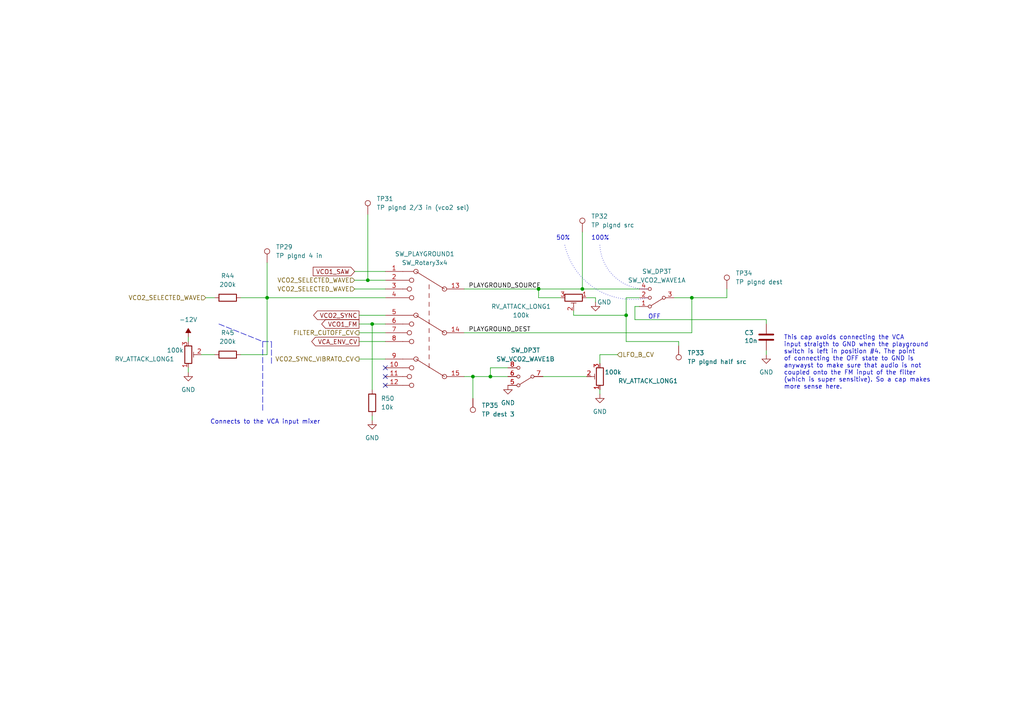
<source format=kicad_sch>
(kicad_sch (version 20231120) (generator "eeschema") (generator_version "8.0")
  (paper "A4")
  (lib_symbols
    (symbol "Connector:TestPoint" (pin_numbers hide) (pin_names (offset 0.762) hide)
      (property "Reference" "TP" (at 0 6.858 0))
      (property "Value" "TestPoint" (at 0 5.08 0))
      (symbol "TestPoint_0_1"
        (circle (center 0 3.302) (radius 0.762))
      )
      (symbol "TestPoint_1_1"
        (pin passive line (at 0 0 90) (length 2.54) (name "1") (number "1"))
      )
    )
    (symbol "Device:C" (pin_numbers hide) (pin_names (offset 0.254))
      (property "Reference" "C" (at 0.635 2.54 0))
      (property "Value" "C" (at 0.635 -2.54 0))
      (symbol "C_0_1"
        (polyline (pts (xy -2.032 -0.762) (xy 2.032 -0.762)) (stroke (width 0.508)))
        (polyline (pts (xy -2.032 0.762) (xy 2.032 0.762)) (stroke (width 0.508)))
      )
      (symbol "C_1_1"
        (pin passive line (at 0 3.81 270) (length 2.794) (name "~") (number "1"))
        (pin passive line (at 0 -3.81 90) (length 2.794) (name "~") (number "2"))
      )
    )
    (symbol "Device:R" (pin_numbers hide) (pin_names (offset 0))
      (property "Reference" "R" (at 2.032 0 90))
      (property "Value" "R" (at 0 0 90))
      (symbol "R_0_1"
        (rectangle (start -1.016 -2.54) (end 1.016 2.54) (stroke (width 0.254)))
      )
      (symbol "R_1_1"
        (pin passive line (at 0 3.81 270) (length 1.27) (name "~") (number "1"))
        (pin passive line (at 0 -3.81 90) (length 1.27) (name "~") (number "2"))
      )
    )
    (symbol "Device:R_Potentiometer_Trim" (pin_names (offset 1.016) hide)
      (property "Reference" "RV" (at -4.445 0 90))
      (property "Value" "R_Potentiometer_Trim" (at -2.54 0 90))
      (symbol "R_Potentiometer_Trim_0_1"
        (polyline (pts (xy 1.524 0.762) (xy 1.524 -0.762)))
        (polyline (pts (xy 2.54 0) (xy 1.524 0)))
        (rectangle (start 1.016 2.54) (end -1.016 -2.54) (stroke (width 0.254)))
      )
      (symbol "R_Potentiometer_Trim_1_1"
        (pin passive line (at 0 3.81 270) (length 1.27) (name "1") (number "1"))
        (pin passive line (at 3.81 0 180) (length 1.27) (name "2") (number "2"))
        (pin passive line (at 0 -3.81 90) (length 1.27) (name "3") (number "3"))
      )
    )
    (symbol "Switch:SW_DP3T" (pin_names (offset 0) hide)
      (property "Reference" "SW" (at 0 5.08 0))
      (property "Value" "SW_DP3T" (at 0 -5.08 0))
      (symbol "SW_DP3T_0_1"
        (circle (center -2.032 0) (radius 0.4572))
        (polyline (pts (xy -1.651 0.254) (xy 1.651 2.286)))
        (circle (center 2.032 -2.54) (radius 0.4572))
        (circle (center 2.032 0) (radius 0.4572))
        (circle (center 2.032 2.54) (radius 0.4572))
      )
      (symbol "SW_DP3T_1_1"
        (pin passive line (at 5.08 2.54 180) (length 2.54) (name "1") (number "1"))
        (pin passive line (at 5.08 0 180) (length 2.54) (name "2") (number "2"))
        (pin passive line (at -5.08 0 0) (length 2.54) (name "3") (number "3"))
        (pin passive line (at 5.08 -2.54 180) (length 2.54) (name "4") (number "4"))
      )
      (symbol "SW_DP3T_2_1"
        (pin passive line (at 5.08 2.54 180) (length 2.54) (name "5") (number "5"))
        (pin passive line (at 5.08 0 180) (length 2.54) (name "6") (number "6"))
        (pin passive line (at -5.08 0 0) (length 2.54) (name "7") (number "7"))
        (pin passive line (at 5.08 -2.54 180) (length 2.54) (name "8") (number "8"))
      )
    )
    (symbol "Switch:SW_Rotary3x4" (pin_names (offset 1.016) hide)
      (property "Reference" "SW" (at 0 20.32 0))
      (property "Value" "SW_Rotary3x4" (at 0 -17.78 0))
      (symbol "SW_Rotary3x4_0_0"
        (circle (center -4.445 -12.7) (radius 0.635))
        (circle (center -4.445 0) (radius 0.635))
        (circle (center -4.445 12.7) (radius 0.635))
        (polyline (pts (xy -4.445 -12.7) (xy 3.81 -7.62)))
        (polyline (pts (xy -4.445 0) (xy 3.81 5.08)))
        (polyline (pts (xy -4.445 12.7) (xy 3.81 17.78)))
        (polyline (pts (xy 0 -10.16) (xy 0 -8.89)))
        (polyline (pts (xy 0 -7.62) (xy 0 -6.35)))
        (polyline (pts (xy 0 -5.08) (xy 0 -3.81)))
        (polyline (pts (xy 0 -2.54) (xy 0 -1.27)))
        (polyline (pts (xy 0 0) (xy 0 1.27)))
        (polyline (pts (xy 0 2.54) (xy 0 3.81)))
        (polyline (pts (xy 0 5.08) (xy 0 6.35)))
        (polyline (pts (xy 0 7.62) (xy 0 8.89)))
        (polyline (pts (xy 0 10.16) (xy 0 11.43)))
        (polyline (pts (xy 0 12.7) (xy 0 13.97)))
        (polyline (pts (xy 4.445 -7.62) (xy 7.62 -7.62)))
        (polyline (pts (xy 4.445 5.08) (xy 7.62 5.08)))
        (polyline (pts (xy 4.445 17.78) (xy 7.62 17.78)))
        (polyline (pts (xy 5.715 -15.24) (xy 7.62 -15.24)))
        (polyline (pts (xy 5.715 -10.16) (xy 7.62 -10.16)))
        (polyline (pts (xy 5.715 -2.54) (xy 7.62 -2.54)))
        (polyline (pts (xy 5.715 2.54) (xy 7.62 2.54)))
        (polyline (pts (xy 5.715 10.16) (xy 7.62 10.16)))
        (polyline (pts (xy 5.715 15.24) (xy 7.62 15.24)))
        (polyline (pts (xy 6.35 -12.7) (xy 7.62 -12.7)))
        (polyline (pts (xy 6.35 0) (xy 7.62 0)))
        (polyline (pts (xy 6.35 12.7) (xy 7.62 12.7)))
        (circle (center 3.81 -7.62) (radius 0.635))
        (circle (center 3.81 5.08) (radius 0.635))
        (circle (center 3.81 17.78) (radius 0.635))
        (circle (center 5.08 -15.24) (radius 0.635))
        (circle (center 5.08 -10.16) (radius 0.635))
        (circle (center 5.08 -2.54) (radius 0.635))
        (circle (center 5.08 2.54) (radius 0.635))
        (circle (center 5.08 10.16) (radius 0.635))
        (circle (center 5.08 15.24) (radius 0.635))
        (circle (center 5.715 -12.7) (radius 0.635))
        (circle (center 5.715 0) (radius 0.635))
        (circle (center 5.715 12.7) (radius 0.635))
      )
      (symbol "SW_Rotary3x4_0_1"
        (pin passive line (at 12.7 17.78 180) (length 5.08) (name "1") (number "1"))
        (pin passive line (at 12.7 -10.16 180) (length 5.08) (name "10") (number "10"))
        (pin passive line (at 12.7 -12.7 180) (length 5.08) (name "11") (number "11"))
        (pin passive line (at 12.7 -15.24 180) (length 5.08) (name "12") (number "12"))
        (pin passive line (at -10.16 12.7 0) (length 5.08) (name "13") (number "13"))
        (pin passive line (at -10.16 0 0) (length 5.08) (name "14") (number "14"))
        (pin passive line (at -10.16 -12.7 0) (length 5.08) (name "15") (number "15"))
        (pin passive line (at 12.7 15.24 180) (length 5.08) (name "2") (number "2"))
        (pin passive line (at 12.7 12.7 180) (length 5.08) (name "3") (number "3"))
        (pin passive line (at 12.7 10.16 180) (length 5.08) (name "4") (number "4"))
        (pin passive line (at 12.7 5.08 180) (length 5.08) (name "5") (number "5"))
        (pin passive line (at 12.7 2.54 180) (length 5.08) (name "6") (number "6"))
        (pin passive line (at 12.7 0 180) (length 5.08) (name "7") (number "7"))
        (pin passive line (at 12.7 -2.54 180) (length 5.08) (name "8") (number "8"))
        (pin passive line (at 12.7 -7.62 180) (length 5.08) (name "9") (number "9"))
      )
    )
    (symbol "power:-12V" (power) (pin_names (offset 0))
      (property "Value" "-12V" (at 0 3.81 0))
      (symbol "-12V_0_0"
        (pin power_in line (at 0 0 90) (length 0) hide (name "-12V") (number "1"))
      )
      (symbol "-12V_0_1"
        (polyline (pts (xy 0 0) (xy 0 1.27) (xy 0.762 1.27) (xy 0 2.54) (xy -0.762 1.27) (xy 0 1.27)) (fill (type outline)))
      )
    )
    (symbol "power:GND" (power) (pin_names (offset 0))
      (property "Value" "GND" (at 0 -3.81 0))
      (symbol "GND_0_1"
        (polyline (pts (xy 0 0) (xy 0 -1.27) (xy 1.27 -1.27) (xy 0 -2.54) (xy -1.27 -1.27) (xy 0 -1.27)))
      )
      (symbol "GND_1_1"
        (pin power_in line (at 0 0 270) (length 0) hide (name "GND") (number "1"))
      )
    )
  )
  (junction (at 107.95 93.98))
  (junction (at 181.61 91.44))
  (junction (at 142.24 109.22))
  (junction (at 137.16 109.22))
  (junction (at 106.68 81.28))
  (junction (at 200.66 86.36))
  (junction (at 156.21 83.82))
  (junction (at 77.47 86.36))
  (junction (at 168.91 83.82))
  (no_connect (at 111.76 111.76))
  (no_connect (at 111.76 106.68))
  (no_connect (at 111.76 109.22))
  (wire (pts (xy 104.14 91.44) (xy 111.76 91.44)))
  (wire (pts (xy 166.37 91.44) (xy 181.61 91.44)))
  (wire (pts (xy 107.95 93.98) (xy 107.95 113.03)))
  (wire (pts (xy 184.15 88.9) (xy 185.42 88.9)))
  (wire (pts (xy 181.61 99.06) (xy 181.61 91.44)))
  (polyline (pts (xy 63.5 93.98) (xy 76.2 99.06)) (stroke (width 0) (type dash)))
  (wire (pts (xy 102.87 83.82) (xy 111.76 83.82)))
  (wire (pts (xy 106.68 81.28) (xy 111.76 81.28)))
  (wire (pts (xy 59.69 86.36) (xy 62.23 86.36)))
  (wire (pts (xy 134.62 83.82) (xy 156.21 83.82)))
  (wire (pts (xy 172.72 86.36) (xy 170.18 86.36)))
  (wire (pts (xy 137.16 109.22) (xy 137.16 115.57)))
  (wire (pts (xy 102.87 78.74) (xy 111.76 78.74)))
  (wire (pts (xy 210.82 83.82) (xy 210.82 86.36)))
  (wire (pts (xy 156.21 83.82) (xy 168.91 83.82)))
  (polyline (pts (xy 78.74 105.41) (xy 78.74 99.06)) (stroke (width 0) (type dash)))
  (wire (pts (xy 104.14 104.14) (xy 111.76 104.14)))
  (wire (pts (xy 173.99 102.87) (xy 179.07 102.87)))
  (wire (pts (xy 106.68 62.23) (xy 106.68 81.28)))
  (wire (pts (xy 168.91 67.31) (xy 168.91 83.82)))
  (wire (pts (xy 102.87 81.28) (xy 106.68 81.28)))
  (wire (pts (xy 184.15 92.71) (xy 184.15 88.9)))
  (polyline (pts (xy 76.2 99.06) (xy 76.2 119.38)) (stroke (width 0) (type dash)))
  (wire (pts (xy 157.48 109.22) (xy 170.18 109.22)))
  (wire (pts (xy 173.99 102.87) (xy 173.99 105.41)))
  (wire (pts (xy 173.99 114.3) (xy 173.99 113.03)))
  (wire (pts (xy 137.16 109.22) (xy 142.24 109.22)))
  (wire (pts (xy 104.14 96.52) (xy 111.76 96.52)))
  (wire (pts (xy 195.58 86.36) (xy 200.66 86.36)))
  (wire (pts (xy 200.66 86.36) (xy 200.66 96.52)))
  (wire (pts (xy 54.61 106.68) (xy 54.61 107.95)))
  (wire (pts (xy 142.24 106.68) (xy 142.24 109.22)))
  (wire (pts (xy 107.95 93.98) (xy 111.76 93.98)))
  (wire (pts (xy 181.61 86.36) (xy 185.42 86.36)))
  (wire (pts (xy 156.21 86.36) (xy 162.56 86.36)))
  (wire (pts (xy 222.25 92.71) (xy 184.15 92.71)))
  (wire (pts (xy 222.25 93.98) (xy 222.25 92.71)))
  (wire (pts (xy 104.14 99.06) (xy 111.76 99.06)))
  (polyline (pts (xy 76.2 99.06) (xy 78.74 99.06)) (stroke (width 0) (type dash)))
  (wire (pts (xy 166.37 91.44) (xy 166.37 90.17)))
  (wire (pts (xy 104.14 93.98) (xy 107.95 93.98)))
  (wire (pts (xy 77.47 76.2) (xy 77.47 86.36)))
  (wire (pts (xy 58.42 102.87) (xy 62.23 102.87)))
  (wire (pts (xy 69.85 102.87) (xy 77.47 102.87)))
  (wire (pts (xy 142.24 109.22) (xy 147.32 109.22)))
  (wire (pts (xy 168.91 83.82) (xy 185.42 83.82)))
  (wire (pts (xy 107.95 121.92) (xy 107.95 120.65)))
  (wire (pts (xy 196.85 100.33) (xy 196.85 99.06)))
  (wire (pts (xy 69.85 86.36) (xy 77.47 86.36)))
  (wire (pts (xy 181.61 91.44) (xy 181.61 86.36)))
  (wire (pts (xy 77.47 102.87) (xy 77.47 86.36)))
  (wire (pts (xy 147.32 106.68) (xy 142.24 106.68)))
  (wire (pts (xy 196.85 99.06) (xy 181.61 99.06)))
  (wire (pts (xy 156.21 86.36) (xy 156.21 83.82)))
  (wire (pts (xy 77.47 86.36) (xy 111.76 86.36)))
  (wire (pts (xy 172.72 86.36) (xy 172.72 87.63)))
  (wire (pts (xy 54.61 97.79) (xy 54.61 99.06)))
  (wire (pts (xy 134.62 109.22) (xy 137.16 109.22)))
  (wire (pts (xy 200.66 96.52) (xy 134.62 96.52)))
  (wire (pts (xy 210.82 86.36) (xy 200.66 86.36)))
  (wire (pts (xy 222.25 102.87) (xy 222.25 101.6)))
  (arc (start 187.96 86.36) (mid 172.7387 83.7375) (end 163.83 71.12) (stroke (width 0) (type dot)))
  (arc (start 187.96 83.82) (mid 178.3447 80.3633) (end 173.99 71.12) (stroke (width 0) (type dot)))
  (text "Connects to the VCA input mixer" (at 60.96 123.19 0) (effects (font (size 1.27 1.27)) (justify left bottom)))
  (text "50%" (at 161.29 69.85 0) (effects (font (size 1.27 1.27)) (justify left bottom)))
  (text "This cap avoids connecting the VCA\ninput straigth to GND when the playground\nswitch is left in position #4. The point\nof connecting the OFF state to GND is \nanywayst to make sure that audio is not\ncoupled onto the FM input of the filter\n(which is super sensitive). So a cap makes\nmore sense here." (at 227.33 113.03 0) (effects (font (size 1.27 1.27)) (justify left bottom)))
  (text "OFF" (at 187.96 92.71 0) (effects (font (size 1.27 1.27)) (justify left bottom)))
  (text "100%" (at 171.45 69.85 0) (effects (font (size 1.27 1.27)) (justify left bottom)))
  (label "PLAYGROUND_DEST" (at 135.89 96.52 0))
  (label "PLAYGROUND_SOURCE" (at 135.89 83.82 0))
  (global_label "VCO1_SAW" (shape input) (at 102.87 78.74 180) (property "Intersheetrefs" "${INTERSHEET_REFS}" (effects (hide yes))))
  (global_label "VCO2_SYNC" (shape output) (at 104.14 91.44 180) (property "Intersheetrefs" "${INTERSHEET_REFS}" (effects (hide yes))))
  (global_label "VCA_ENV_CV" (shape output) (at 104.14 99.06 180) (property "Intersheetrefs" "${INTERSHEET_REFS}" (effects (hide yes))))
  (global_label "VCO1_FM" (shape output) (at 104.14 93.98 180) (property "Intersheetrefs" "${INTERSHEET_REFS}" (effects (hide yes))))
  (hierarchical_label "VCO2_SELECTED_WAVE" (shape input) (at 102.87 83.82 180))
  (hierarchical_label "VCO2_SYNC_VIBRATO_CV" (shape output) (at 104.14 104.14 180))
  (hierarchical_label "FILTER_CUTOFF_CV" (shape output) (at 104.14 96.52 180))
  (hierarchical_label "VCO2_SELECTED_WAVE" (shape input) (at 102.87 81.28 180))
  (hierarchical_label "LFO_B_CV" (shape input) (at 179.07 102.87 0))
  (hierarchical_label "VCO2_SELECTED_WAVE" (shape input) (at 59.69 86.36 180))
  (symbol (lib_id "power:GND") (at 107.95 121.92 0) (unit 1)
    (property "Reference" "#PWR071" (effects (hide yes)))
    (property "Value" "GND" (at 107.95 127 0))
  )
  (symbol (lib_id "power:GND") (at 173.99 114.3 0) (unit 1)
    (property "Reference" "#PWR069" (effects (hide yes)))
    (property "Value" "GND" (at 173.99 119.38 0))
  )
  (symbol (lib_id "power:GND") (at 222.25 102.87 0) (unit 1)
    (property "Reference" "#PWR080" (effects (hide yes)))
    (property "Value" "GND" (at 222.25 107.95 0))
  )
  (symbol (lib_id "Device:R_Potentiometer_Trim") (at 54.61 102.87 0) (mirror x) (unit 1)
    (property "Reference" "RV_ATTACK_LONG1" (at 41.91 104.14 0))
    (property "Value" "100k" (at 50.8 101.6 0))
    (property "Footprint" "Potentiometer_THT:Potentiometer_Runtron_RM-065_Vertical" (effects (hide yes)))
    (property "Part No." "652-3306F-1-104 " (effects (hide yes)))
    (property "Part URL" "https://mou.sr/3OVBYFf" (effects (hide yes)))
    (property "Vendor" "Mouser" (effects (hide yes)))
    (instances (project "hog-f1-router" (path "" (reference "RV_ATTACK_LONG1") (unit 1))) (project "ui-rev-3" (path "" (reference "RV_DIRTY_AMP1") (unit 1)) (path "" (reference "RV_VCA_PLYGND_BIAS1") (unit 1)) (path "" (reference "RV_ATTACK_LONG1") (unit 1))))
  )
  (symbol (lib_id "Device:R_Potentiometer_Trim") (at 173.99 109.22 180) (unit 1)
    (property "Reference" "RV_ATTACK_LONG1" (at 187.96 110.49 0))
    (property "Value" "100k" (at 177.8 107.95 0))
    (property "Footprint" "Potentiometer_THT:Potentiometer_Runtron_RM-065_Vertical" (effects (hide yes)))
    (property "Part No." "652-3306F-1-104 " (effects (hide yes)))
    (property "Part URL" "https://mou.sr/3OVBYFf" (effects (hide yes)))
    (property "Vendor" "Mouser" (effects (hide yes)))
    (instances (project "hog-f1-router" (path "" (reference "RV_ATTACK_LONG1") (unit 1))) (project "ui-rev-3" (path "" (reference "RV_DIRTY_AMP1") (unit 1)) (path "" (reference "RV_SYNC_VIBRATO_DAMP1") (unit 1)) (path "" (reference "RV_ATTACK_LONG1") (unit 1))))
  )
  (symbol (lib_id "Switch:SW_DP3T") (at 152.4 109.22 180) (unit 2)
    (property "Reference" "SW_VCO2_WAVE1" (at 152.4 104.14 0))
    (property "Value" "SW_DP3T" (at 152.4 101.6 0))
    (property "Footprint" "Shmoergh_Custom_Footprints:DP3T Korg Style Switch" (effects (hide yes)))
    (property "Description" "NOTE: The availability of this product changing quite often. Look for the part number or just \"ON-ON-ON toggle\" on Aliexpress or Alibaba" (effects (hide yes)))
    (property "Part No." "TS23-E02" (effects (hide yes)))
    (property "Part URL" "https://www.aliexpress.com/item/32958319752.html?spm=a2g0o.order_detail.order_detail_item.7.48b7f19cBbwOXu" (effects (hide yes)))
    (property "Vendor" "Daier" (effects (hide yes)))
    (instances (project "ui-rev-3" (path "" (reference "SW_VCO2_WAVE1") (unit 2)) (path "" (reference "SW_PLAYGROUND_LVL1") (unit 2)) (path "" (reference "SW_VCO2_WAVE1") (unit 2))))
  )
  (symbol (lib_id "Device:C") (at 222.25 97.79 0) (unit 1)
    (property "Reference" "C3" (at 215.9 96.52 0) (effects (justify left)))
    (property "Value" "10n" (at 215.9 98.8314 0) (effects (justify left)))
    (property "Footprint" "Capacitor_THT:C_Disc_D3.0mm_W2.0mm_P2.50mm" (effects (hide yes)))
    (property "Part No." "594-K103K15X7RF5TK2 " (effects (hide yes)))
    (property "Part URL" "https://mou.sr/49C1dG8" (effects (hide yes)))
    (property "Vendor" "Mouser" (effects (hide yes)))
    (instances (project "hog-f1-voice" (path "" (reference "C3") (unit 1))) (project "ui-rev-3" (path "" (reference "C7") (unit 1)) (path "" (reference "C4") (unit 1)) (path "" (reference "C3") (unit 1))))
  )
  (symbol (lib_id "Switch:SW_Rotary3x4") (at 124.46 96.52 0) (mirror y) (unit 1)
    (property "Reference" "SW_PLAYGROUND1" (at 123.19 73.66 0))
    (property "Value" "SW_Rotary3x4" (at 123.19 76.2 0))
    (property "Footprint" "Shmoergh_Custom_Footprints:SW_SR2512F-3x4-rotary" (effects (hide yes)))
    (property "Part No." "105-SR2512F-34NS " (effects (hide yes)))
    (property "Part URL" "https://mou.sr/3wb0uwA" (effects (hide yes)))
    (property "Vendor" "Mouser" (effects (hide yes)))
  )
  (symbol (lib_id "Device:R") (at 66.04 86.36 90) (unit 1)
    (property "Reference" "R44" (at 66.04 80.01 90))
    (property "Value" "200k" (at 66.04 82.55 90))
    (property "Footprint" "Shmoergh_Custom_Footprints:R_Axial_DIN0207_L6.3mm_D2.5mm_P7.62mm_Horizontal" (effects (hide yes)))
    (property "Part No." "603-MFR-25FTF52-200K " (effects (hide yes)))
    (property "Part URL" "https://mou.sr/49BK9jG" (effects (hide yes)))
    (property "Vendor" "Mouser" (effects (hide yes)))
  )
  (symbol (lib_id "Device:R") (at 66.04 102.87 90) (unit 1)
    (property "Reference" "R45" (at 66.04 96.52 90))
    (property "Value" "200k" (at 66.04 99.06 90))
    (property "Footprint" "Shmoergh_Custom_Footprints:R_Axial_DIN0207_L6.3mm_D2.5mm_P7.62mm_Horizontal" (effects (hide yes)))
    (property "Part No." "603-MFR-25FTF52-200K " (effects (hide yes)))
    (property "Part URL" "https://mou.sr/49BK9jG" (effects (hide yes)))
    (property "Vendor" "Mouser" (effects (hide yes)))
  )
  (symbol (lib_id "power:-12V") (at 54.61 97.79 0) (unit 1)
    (property "Reference" "#PWR068" (effects (hide yes)))
    (property "Value" "-12V" (at 54.61 92.71 0))
  )
  (symbol (lib_id "Device:R") (at 107.95 116.84 180) (unit 1)
    (property "Reference" "R50" (at 110.49 115.57 0) (effects (justify right)))
    (property "Value" "10k" (at 110.49 118.11 0) (effects (justify right)))
    (property "Footprint" "Shmoergh_Custom_Footprints:R_Axial_DIN0207_L6.3mm_D2.5mm_P7.62mm_Horizontal" (effects (hide yes)))
    (property "Part No." "303-MF0W4FF1002T50 " (effects (hide yes)))
    (property "Part URL" "https://mou.sr/3VFoGR5" (effects (hide yes)))
    (property "Vendor" "Mouser" (effects (hide yes)))
  )
  (symbol (lib_id "Connector:TestPoint") (at 196.85 100.33 180) (unit 1) (in_bom no)
    (property "Reference" "TP33" (at 199.39 102.362 0) (effects (justify right)))
    (property "Value" "TP plgnd half src" (at 199.39 104.902 0) (effects (justify right)))
    (property "Footprint" "TestPoint:TestPoint_THTPad_2.0x2.0mm_Drill1.0mm" (effects (hide yes)))
    (instances (project "ui-rev-3" (path "" (reference "TP33") (unit 1)) (path "" (reference "TP2") (unit 1))))
  )
  (symbol (lib_id "Switch:SW_DP3T") (at 190.5 86.36 180) (unit 1)
    (property "Reference" "SW_VCO2_WAVE1" (at 190.5 81.28 0))
    (property "Value" "SW_DP3T" (at 190.5 78.74 0))
    (property "Footprint" "Shmoergh_Custom_Footprints:DP3T Korg Style Switch" (effects (hide yes)))
    (property "Description" "NOTE: The availability of this product changing quite often. Look for the part number or just \"ON-ON-ON toggle\" on Aliexpress or Alibaba" (effects (hide yes)))
    (property "Part No." "TS23-E02" (effects (hide yes)))
    (property "Part URL" "https://www.aliexpress.com/item/32958319752.html?spm=a2g0o.order_detail.order_detail_item.7.48b7f19cBbwOXu" (effects (hide yes)))
    (property "Vendor" "Daier" (effects (hide yes)))
    (instances (project "ui-rev-3" (path "" (reference "SW_VCO2_WAVE1") (unit 1)) (path "" (reference "SW_PLAYGROUND_LVL1") (unit 1)) (path "" (reference "SW_VCO2_WAVE1") (unit 1))))
  )
  (symbol (lib_id "Connector:TestPoint") (at 106.68 62.23 0) (unit 1) (in_bom no)
    (property "Reference" "TP31" (at 109.22 57.658 0) (effects (justify left)))
    (property "Value" "TP plgnd 2/3 in (vco2 sel)" (at 109.22 60.198 0) (effects (justify left)))
    (property "Footprint" "TestPoint:TestPoint_THTPad_2.0x2.0mm_Drill1.0mm" (effects (hide yes)))
    (instances (project "ui-rev-3" (path "" (reference "TP31") (unit 1)) (path "" (reference "TP2") (unit 1))))
  )
  (symbol (lib_id "Connector:TestPoint") (at 137.16 115.57 180) (unit 1) (in_bom no)
    (property "Reference" "TP35" (at 139.7 117.602 0) (effects (justify right)))
    (property "Value" "TP dest 3" (at 139.7 120.142 0) (effects (justify right)))
    (property "Footprint" "TestPoint:TestPoint_THTPad_2.0x2.0mm_Drill1.0mm" (effects (hide yes)))
    (instances (project "ui-rev-3" (path "" (reference "TP35") (unit 1)) (path "" (reference "TP2") (unit 1))))
  )
  (symbol (lib_id "Device:R_Potentiometer_Trim") (at 166.37 86.36 270) (unit 1)
    (property "Reference" "RV_ATTACK_LONG1" (at 151.13 88.9 90))
    (property "Value" "100k" (at 151.13 91.44 90))
    (property "Footprint" "Potentiometer_THT:Potentiometer_Runtron_RM-065_Vertical" (effects (hide yes)))
    (property "Part No." "652-3306F-1-104 " (effects (hide yes)))
    (property "Part URL" "https://mou.sr/3OVBYFf" (effects (hide yes)))
    (property "Vendor" "Mouser" (effects (hide yes)))
    (instances (project "hog-f1-router" (path "" (reference "RV_ATTACK_LONG1") (unit 1))) (project "ui-rev-3" (path "" (reference "RV_DIRTY_AMP1") (unit 1)) (path "" (reference "RV_PLAYGROUND_HALF1") (unit 1)) (path "" (reference "RV_ATTACK_LONG1") (unit 1))))
  )
  (symbol (lib_id "power:GND") (at 172.72 87.63 0) (unit 1)
    (property "Reference" "#PWR066" (effects (hide yes)))
    (property "Value" "GND" (at 175.26 87.63 0))
  )
  (symbol (lib_id "power:GND") (at 54.61 107.95 0) (unit 1)
    (property "Reference" "#PWR067" (effects (hide yes)))
    (property "Value" "GND" (at 54.61 113.03 0))
  )
  (symbol (lib_id "Connector:TestPoint") (at 77.47 76.2 0) (unit 1) (in_bom no)
    (property "Reference" "TP29" (at 80.01 71.628 0) (effects (justify left)))
    (property "Value" "TP plgnd 4 in" (at 80.01 74.168 0) (effects (justify left)))
    (property "Footprint" "TestPoint:TestPoint_THTPad_2.0x2.0mm_Drill1.0mm" (effects (hide yes)))
    (instances (project "ui-rev-3" (path "" (reference "TP29") (unit 1)) (path "" (reference "TP2") (unit 1))))
  )
  (symbol (lib_id "Connector:TestPoint") (at 168.91 67.31 0) (unit 1) (in_bom no)
    (property "Reference" "TP32" (at 171.45 62.738 0) (effects (justify left)))
    (property "Value" "TP plgnd src" (at 171.45 65.278 0) (effects (justify left)))
    (property "Footprint" "TestPoint:TestPoint_THTPad_2.0x2.0mm_Drill1.0mm" (effects (hide yes)))
    (instances (project "ui-rev-3" (path "" (reference "TP32") (unit 1)) (path "" (reference "TP2") (unit 1))))
  )
  (symbol (lib_id "Connector:TestPoint") (at 210.82 83.82 0) (unit 1) (in_bom no)
    (property "Reference" "TP34" (at 213.36 79.248 0) (effects (justify left)))
    (property "Value" "TP plgnd dest" (at 213.36 81.788 0) (effects (justify left)))
    (property "Footprint" "TestPoint:TestPoint_THTPad_2.0x2.0mm_Drill1.0mm" (effects (hide yes)))
    (instances (project "ui-rev-3" (path "" (reference "TP34") (unit 1)) (path "" (reference "TP2") (unit 1))))
  )
  (symbol (lib_id "power:GND") (at 147.32 111.76 0) (unit 1)
    (property "Reference" "#PWR081" (effects (hide yes)))
    (property "Value" "GND" (at 147.32 116.84 0))
  )
)
</source>
